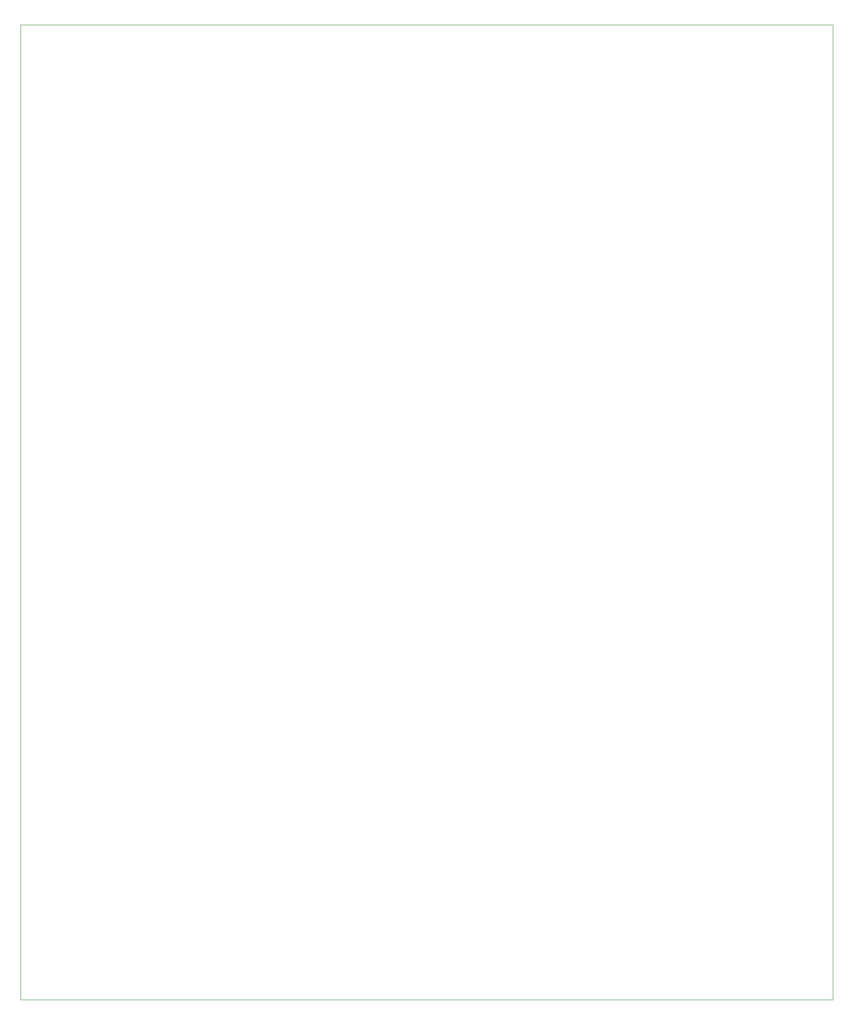
<source format=gbr>
%TF.GenerationSoftware,KiCad,Pcbnew,(5.1.10-1-10_14)*%
%TF.CreationDate,2021-10-26T13:01:22-04:00*%
%TF.ProjectId,SMD-board-panelize,534d442d-626f-4617-9264-2d70616e656c,rev?*%
%TF.SameCoordinates,Original*%
%TF.FileFunction,Profile,NP*%
%FSLAX46Y46*%
G04 Gerber Fmt 4.6, Leading zero omitted, Abs format (unit mm)*
G04 Created by KiCad (PCBNEW (5.1.10-1-10_14)) date 2021-10-26 13:01:22*
%MOMM*%
%LPD*%
G01*
G04 APERTURE LIST*
%TA.AperFunction,Profile*%
%ADD10C,0.050000*%
%TD*%
G04 APERTURE END LIST*
D10*
X65532000Y-26162000D02*
X65532000Y3556000D01*
X215646000Y-26162000D02*
X65532000Y-26162000D01*
X215646000Y3556000D02*
X215646000Y-26162000D01*
X66040000Y153924000D02*
X65532000Y153924000D01*
X65532000Y3556000D02*
X65532000Y153924000D01*
X215646000Y153924000D02*
X66040000Y153924000D01*
X215646000Y3556000D02*
X215646000Y153924000D01*
M02*

</source>
